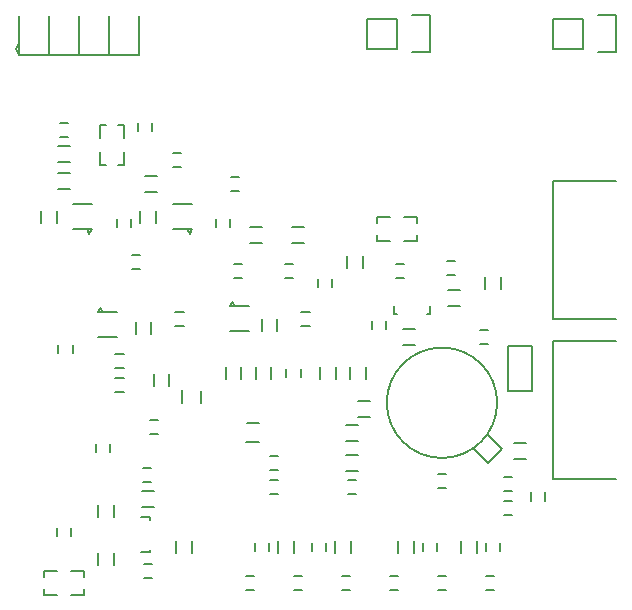
<source format=gbr>
G04 #@! TF.FileFunction,Legend,Top*
%FSLAX46Y46*%
G04 Gerber Fmt 4.6, Leading zero omitted, Abs format (unit mm)*
G04 Created by KiCad (PCBNEW (2015-03-31 BZR 5561)-product) date Tue 28 Apr 2015 10:13:20 PM CDT*
%MOMM*%
G01*
G04 APERTURE LIST*
%ADD10C,0.100000*%
%ADD11C,0.150000*%
G04 APERTURE END LIST*
D10*
D11*
X114909186Y-134366000D02*
G75*
G03X114909186Y-134366000I-4673186J0D01*
G01*
X114046000Y-137033000D02*
X115316000Y-138303000D01*
X112903000Y-138176000D02*
X114173000Y-139446000D01*
X114173000Y-139446000D02*
X115316000Y-138303000D01*
X94330000Y-150206000D02*
X93630000Y-150206000D01*
X93630000Y-149006000D02*
X94330000Y-149006000D01*
X94396000Y-146908000D02*
X94396000Y-146208000D01*
X95596000Y-146208000D02*
X95596000Y-146908000D01*
X98394000Y-150206000D02*
X97694000Y-150206000D01*
X97694000Y-149006000D02*
X98394000Y-149006000D01*
X99222000Y-146908000D02*
X99222000Y-146208000D01*
X100422000Y-146208000D02*
X100422000Y-146908000D01*
X102458000Y-150206000D02*
X101758000Y-150206000D01*
X101758000Y-149006000D02*
X102458000Y-149006000D01*
X106522000Y-150206000D02*
X105822000Y-150206000D01*
X105822000Y-149006000D02*
X106522000Y-149006000D01*
X108620000Y-146908000D02*
X108620000Y-146208000D01*
X109820000Y-146208000D02*
X109820000Y-146908000D01*
X110586000Y-150206000D02*
X109886000Y-150206000D01*
X109886000Y-149006000D02*
X110586000Y-149006000D01*
X113954000Y-146908000D02*
X113954000Y-146208000D01*
X115154000Y-146208000D02*
X115154000Y-146908000D01*
X114650000Y-150206000D02*
X113950000Y-150206000D01*
X113950000Y-149006000D02*
X114650000Y-149006000D01*
X82134000Y-137826000D02*
X82134000Y-138526000D01*
X80934000Y-138526000D02*
X80934000Y-137826000D01*
X77764000Y-130144000D02*
X77764000Y-129444000D01*
X78964000Y-129444000D02*
X78964000Y-130144000D01*
X77632000Y-145638000D02*
X77632000Y-144938000D01*
X78832000Y-144938000D02*
X78832000Y-145638000D01*
X84928000Y-139862000D02*
X85628000Y-139862000D01*
X85628000Y-141062000D02*
X84928000Y-141062000D01*
X84994000Y-147990000D02*
X85694000Y-147990000D01*
X85694000Y-149190000D02*
X84994000Y-149190000D01*
X83286000Y-131410000D02*
X82586000Y-131410000D01*
X82586000Y-130210000D02*
X83286000Y-130210000D01*
X83286000Y-133442000D02*
X82586000Y-133442000D01*
X82586000Y-132242000D02*
X83286000Y-132242000D01*
X88366000Y-127854000D02*
X87666000Y-127854000D01*
X87666000Y-126654000D02*
X88366000Y-126654000D01*
X98268000Y-131476000D02*
X98268000Y-132176000D01*
X97068000Y-132176000D02*
X97068000Y-131476000D01*
X86202000Y-136998000D02*
X85502000Y-136998000D01*
X85502000Y-135798000D02*
X86202000Y-135798000D01*
X99034000Y-127854000D02*
X98334000Y-127854000D01*
X98334000Y-126654000D02*
X99034000Y-126654000D01*
X102266000Y-140878000D02*
X102966000Y-140878000D01*
X102966000Y-142078000D02*
X102266000Y-142078000D01*
X96362000Y-140046000D02*
X95662000Y-140046000D01*
X95662000Y-138846000D02*
X96362000Y-138846000D01*
X110586000Y-141570000D02*
X109886000Y-141570000D01*
X109886000Y-140370000D02*
X110586000Y-140370000D01*
X96362000Y-142078000D02*
X95662000Y-142078000D01*
X95662000Y-140878000D02*
X96362000Y-140878000D01*
X116174000Y-143856000D02*
X115474000Y-143856000D01*
X115474000Y-142656000D02*
X116174000Y-142656000D01*
X115474000Y-140624000D02*
X116174000Y-140624000D01*
X116174000Y-141824000D02*
X115474000Y-141824000D01*
X117764000Y-142656000D02*
X117764000Y-141956000D01*
X118964000Y-141956000D02*
X118964000Y-142656000D01*
X104302000Y-128112000D02*
X104302000Y-127412000D01*
X105502000Y-127412000D02*
X105502000Y-128112000D01*
X111348000Y-123536000D02*
X110648000Y-123536000D01*
X110648000Y-122336000D02*
X111348000Y-122336000D01*
X100930000Y-123856000D02*
X100930000Y-124556000D01*
X99730000Y-124556000D02*
X99730000Y-123856000D01*
X96932000Y-122590000D02*
X97632000Y-122590000D01*
X97632000Y-123790000D02*
X96932000Y-123790000D01*
X92614000Y-122590000D02*
X93314000Y-122590000D01*
X93314000Y-123790000D02*
X92614000Y-123790000D01*
X106330000Y-122590000D02*
X107030000Y-122590000D01*
X107030000Y-123790000D02*
X106330000Y-123790000D01*
X92294000Y-118776000D02*
X92294000Y-119476000D01*
X91094000Y-119476000D02*
X91094000Y-118776000D01*
X114142000Y-129378000D02*
X113442000Y-129378000D01*
X113442000Y-128178000D02*
X114142000Y-128178000D01*
X84490000Y-111348000D02*
X84490000Y-110648000D01*
X85690000Y-110648000D02*
X85690000Y-111348000D01*
X93060000Y-116424000D02*
X92360000Y-116424000D01*
X92360000Y-115224000D02*
X93060000Y-115224000D01*
X87468000Y-113192000D02*
X88168000Y-113192000D01*
X88168000Y-114392000D02*
X87468000Y-114392000D01*
X84678000Y-123028000D02*
X83978000Y-123028000D01*
X83978000Y-121828000D02*
X84678000Y-121828000D01*
X83912000Y-118776000D02*
X83912000Y-119476000D01*
X82712000Y-119476000D02*
X82712000Y-118776000D01*
X77882000Y-110652000D02*
X78582000Y-110652000D01*
X78582000Y-111852000D02*
X77882000Y-111852000D01*
X85486240Y-146841160D02*
X85486240Y-146792900D01*
X84785200Y-144042180D02*
X85486240Y-144042180D01*
X85486240Y-144042180D02*
X85486240Y-144291100D01*
X85486240Y-146841160D02*
X85486240Y-147041820D01*
X85486240Y-147041820D02*
X84785200Y-147041820D01*
X106396840Y-126888240D02*
X106445100Y-126888240D01*
X109195820Y-126187200D02*
X109195820Y-126888240D01*
X109195820Y-126888240D02*
X108946900Y-126888240D01*
X106396840Y-126888240D02*
X106196180Y-126888240D01*
X106196180Y-126888240D02*
X106196180Y-126187200D01*
X88231900Y-133306820D02*
X88231900Y-134358380D01*
X89832100Y-134409180D02*
X89832100Y-133357620D01*
X93667580Y-137706100D02*
X94719140Y-137706100D01*
X94769940Y-136105900D02*
X93718380Y-136105900D01*
X97703000Y-146058000D02*
X97703000Y-147058000D01*
X96353000Y-147058000D02*
X96353000Y-146058000D01*
X102529000Y-146058000D02*
X102529000Y-147058000D01*
X101179000Y-147058000D02*
X101179000Y-146058000D01*
X107863000Y-146058000D02*
X107863000Y-147058000D01*
X106513000Y-147058000D02*
X106513000Y-146058000D01*
X113197000Y-146058000D02*
X113197000Y-147058000D01*
X111847000Y-147058000D02*
X111847000Y-146058000D01*
X87717000Y-147058000D02*
X87717000Y-146058000D01*
X89067000Y-146058000D02*
X89067000Y-147058000D01*
X82463000Y-147074000D02*
X82463000Y-148074000D01*
X81113000Y-148074000D02*
X81113000Y-147074000D01*
X82463000Y-143010000D02*
X82463000Y-144010000D01*
X81113000Y-144010000D02*
X81113000Y-143010000D01*
X85643000Y-127528000D02*
X85643000Y-128528000D01*
X84293000Y-128528000D02*
X84293000Y-127528000D01*
X96311000Y-127262000D02*
X96311000Y-128262000D01*
X94961000Y-128262000D02*
X94961000Y-127262000D01*
X104132000Y-135549000D02*
X103132000Y-135549000D01*
X103132000Y-134199000D02*
X104132000Y-134199000D01*
X117340000Y-139105000D02*
X116340000Y-139105000D01*
X116340000Y-137755000D02*
X117340000Y-137755000D01*
X111752000Y-126151000D02*
X110752000Y-126151000D01*
X110752000Y-124801000D02*
X111752000Y-124801000D01*
X103545000Y-121928000D02*
X103545000Y-122928000D01*
X102195000Y-122928000D02*
X102195000Y-121928000D01*
X106942000Y-128103000D02*
X107942000Y-128103000D01*
X107942000Y-129453000D02*
X106942000Y-129453000D01*
X84669000Y-119130000D02*
X84669000Y-118130000D01*
X86019000Y-118130000D02*
X86019000Y-119130000D01*
X76287000Y-119118000D02*
X76287000Y-118118000D01*
X77637000Y-118118000D02*
X77637000Y-119118000D01*
X85844000Y-143169000D02*
X84844000Y-143169000D01*
X84844000Y-141819000D02*
X85844000Y-141819000D01*
X85817000Y-132918000D02*
X85817000Y-131918000D01*
X87167000Y-131918000D02*
X87167000Y-132918000D01*
X91913000Y-132326000D02*
X91913000Y-131326000D01*
X93263000Y-131326000D02*
X93263000Y-132326000D01*
X103799000Y-131326000D02*
X103799000Y-132326000D01*
X102449000Y-132326000D02*
X102449000Y-131326000D01*
X99909000Y-132326000D02*
X99909000Y-131326000D01*
X101259000Y-131326000D02*
X101259000Y-132326000D01*
X102116000Y-136231000D02*
X103116000Y-136231000D01*
X103116000Y-137581000D02*
X102116000Y-137581000D01*
X102116000Y-138771000D02*
X103116000Y-138771000D01*
X103116000Y-140121000D02*
X102116000Y-140121000D01*
X115229000Y-123706000D02*
X115229000Y-124706000D01*
X113879000Y-124706000D02*
X113879000Y-123706000D01*
X86098000Y-116499000D02*
X85098000Y-116499000D01*
X85098000Y-115149000D02*
X86098000Y-115149000D01*
X78732000Y-116245000D02*
X77732000Y-116245000D01*
X77732000Y-114895000D02*
X78732000Y-114895000D01*
X78732000Y-113959000D02*
X77732000Y-113959000D01*
X77732000Y-112609000D02*
X78732000Y-112609000D01*
X94453000Y-132326000D02*
X94453000Y-131326000D01*
X95803000Y-131326000D02*
X95803000Y-132326000D01*
X81104000Y-126712000D02*
X81304000Y-126312000D01*
X81304000Y-126312000D02*
X81504000Y-126712000D01*
X82704000Y-128812000D02*
X81304000Y-128812000D01*
X81304000Y-128812000D02*
X81104000Y-128812000D01*
X82704000Y-126712000D02*
X81104000Y-126712000D01*
X92280000Y-126204000D02*
X92480000Y-125804000D01*
X92480000Y-125804000D02*
X92680000Y-126204000D01*
X93880000Y-128304000D02*
X92480000Y-128304000D01*
X92480000Y-128304000D02*
X92280000Y-128304000D01*
X93880000Y-126204000D02*
X92280000Y-126204000D01*
X89076000Y-119668000D02*
X88876000Y-120068000D01*
X88876000Y-120068000D02*
X88676000Y-119668000D01*
X87476000Y-117568000D02*
X88876000Y-117568000D01*
X88876000Y-117568000D02*
X89076000Y-117568000D01*
X87476000Y-119668000D02*
X89076000Y-119668000D01*
X80572000Y-119668000D02*
X80372000Y-120068000D01*
X80372000Y-120068000D02*
X80172000Y-119668000D01*
X78972000Y-117568000D02*
X80372000Y-117568000D01*
X80372000Y-117568000D02*
X80572000Y-117568000D01*
X78972000Y-119668000D02*
X80572000Y-119668000D01*
X79932000Y-150606000D02*
X78832000Y-150606000D01*
X79932000Y-150106000D02*
X79932000Y-150606000D01*
X76532000Y-148606000D02*
X77632000Y-148606000D01*
X76532000Y-149106000D02*
X76532000Y-148606000D01*
X76532000Y-150606000D02*
X77632000Y-150606000D01*
X76532000Y-150606000D02*
X76532000Y-150106000D01*
X79932000Y-148606000D02*
X78832000Y-148606000D01*
X79932000Y-148606000D02*
X79932000Y-149106000D01*
X104726000Y-118634000D02*
X105826000Y-118634000D01*
X104726000Y-119134000D02*
X104726000Y-118634000D01*
X108126000Y-120634000D02*
X107026000Y-120634000D01*
X108126000Y-120134000D02*
X108126000Y-120634000D01*
X108126000Y-118634000D02*
X107026000Y-118634000D01*
X108126000Y-118634000D02*
X108126000Y-119134000D01*
X104726000Y-120634000D02*
X105826000Y-120634000D01*
X104726000Y-120634000D02*
X104726000Y-120134000D01*
X81296000Y-114222000D02*
X81296000Y-113122000D01*
X81796000Y-114222000D02*
X81296000Y-114222000D01*
X83296000Y-110822000D02*
X83296000Y-111922000D01*
X82796000Y-110822000D02*
X83296000Y-110822000D01*
X81296000Y-110822000D02*
X81296000Y-111922000D01*
X81296000Y-110822000D02*
X81796000Y-110822000D01*
X83296000Y-114222000D02*
X83296000Y-113122000D01*
X83296000Y-114222000D02*
X82796000Y-114222000D01*
X98532000Y-120817000D02*
X97532000Y-120817000D01*
X97532000Y-119467000D02*
X98532000Y-119467000D01*
X94988000Y-120817000D02*
X93988000Y-120817000D01*
X93988000Y-119467000D02*
X94988000Y-119467000D01*
X115840000Y-129545000D02*
X117840000Y-129545000D01*
X115840000Y-133345000D02*
X115840000Y-129545000D01*
X117840000Y-133345000D02*
X115840000Y-133345000D01*
X117840000Y-129545000D02*
X117840000Y-133345000D01*
X124968000Y-129095500D02*
X119634000Y-129095500D01*
X119634000Y-129095500D02*
X119634000Y-140779500D01*
X119634000Y-140779500D02*
X124968000Y-140779500D01*
X124968000Y-115570000D02*
X119634000Y-115570000D01*
X119634000Y-115570000D02*
X119634000Y-127254000D01*
X119634000Y-127254000D02*
X124968000Y-127254000D01*
X106426000Y-104394000D02*
X103886000Y-104394000D01*
X109246000Y-104674000D02*
X107696000Y-104674000D01*
X106426000Y-104394000D02*
X106426000Y-101854000D01*
X107696000Y-101574000D02*
X109246000Y-101574000D01*
X109246000Y-101574000D02*
X109246000Y-104674000D01*
X106426000Y-101854000D02*
X103886000Y-101854000D01*
X103886000Y-101854000D02*
X103886000Y-104394000D01*
X122174000Y-104394000D02*
X119634000Y-104394000D01*
X124994000Y-104674000D02*
X123444000Y-104674000D01*
X122174000Y-104394000D02*
X122174000Y-101854000D01*
X123444000Y-101574000D02*
X124994000Y-101574000D01*
X124994000Y-101574000D02*
X124994000Y-104674000D01*
X122174000Y-101854000D02*
X119634000Y-101854000D01*
X119634000Y-101854000D02*
X119634000Y-104394000D01*
X74168000Y-104394000D02*
X74422000Y-103886000D01*
X74422000Y-104902000D02*
X74168000Y-104394000D01*
X82042000Y-104902000D02*
X82042000Y-101600000D01*
X79502000Y-104902000D02*
X79502000Y-101600000D01*
X76962000Y-104902000D02*
X76962000Y-101600000D01*
X84582000Y-104902000D02*
X84582000Y-101600000D01*
X74422000Y-104902000D02*
X84582000Y-104902000D01*
X74422000Y-101600000D02*
X74422000Y-104902000D01*
M02*

</source>
